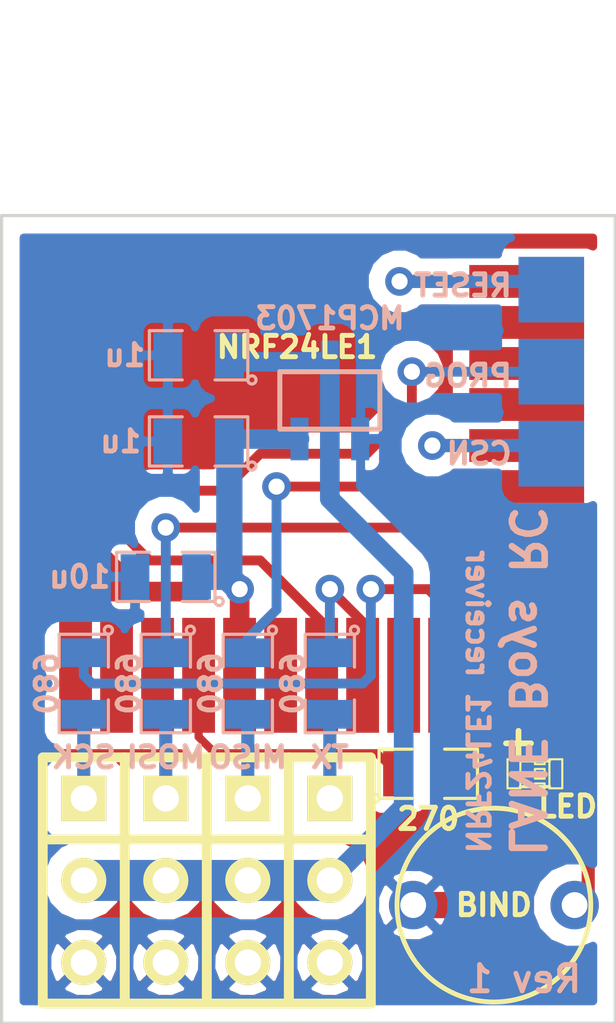
<source format=kicad_pcb>
(kicad_pcb (version 3) (host pcbnew "(2013-jul-07)-stable")

  (general
    (links 32)
    (no_connects 0)
    (area 31.949999 41.072999 51.531533 73.8124)
    (thickness 1.6)
    (drawings 15)
    (tracks 80)
    (zones 0)
    (modules 19)
    (nets 18)
  )

  (page User 150.012 150.012)
  (title_block 
    (title "nRF24LE1 surface receiver")
    (rev "Rev 1")
    (company "LANE Boys RC")
  )

  (layers
    (15 F.Cu signal)
    (0 B.Cu signal)
    (18 B.Paste user)
    (19 F.Paste user)
    (20 B.SilkS user)
    (21 F.SilkS user)
    (22 B.Mask user)
    (23 F.Mask user)
    (25 Cmts.User user hide)
    (28 Edge.Cuts user)
  )

  (setup
    (last_trace_width 0.254)
    (user_trace_width 0.2032)
    (user_trace_width 0.254)
    (user_trace_width 0.3048)
    (user_trace_width 0.4064)
    (user_trace_width 0.6096)
    (user_trace_width 0.8128)
    (user_trace_width 1)
    (user_trace_width 1.016)
    (user_trace_width 1.27)
    (user_trace_width 1.4224)
    (user_trace_width 1.6764)
    (user_trace_width 2)
    (trace_clearance 0.254)
    (zone_clearance 0.508)
    (zone_45_only no)
    (trace_min 0.1524)
    (segment_width 0.2)
    (edge_width 0.1)
    (via_size 0.889)
    (via_drill 0.5)
    (via_min_size 0.6096)
    (via_min_drill 0.3048)
    (user_via 0.8128 0.5)
    (user_via 0.9144 0.6)
    (user_via 1.2192 0.8)
    (user_via 1.524 1)
    (user_via 1.8288 1.2)
    (user_via 2.286 1.5)
    (uvia_size 0.508)
    (uvia_drill 0.127)
    (uvias_allowed no)
    (uvia_min_size 0.508)
    (uvia_min_drill 0.127)
    (pcb_text_width 0.3)
    (pcb_text_size 1.5 1.5)
    (mod_edge_width 0.15)
    (mod_text_size 0.6604 0.6604)
    (mod_text_width 0.1524)
    (pad_size 1.5 1.5)
    (pad_drill 0.8)
    (pad_to_mask_clearance 0)
    (aux_axis_origin 32 73)
    (visible_elements 7FFFFFBF)
    (pcbplotparams
      (layerselection 3178497)
      (usegerberextensions true)
      (excludeedgelayer true)
      (linewidth 0.150000)
      (plotframeref false)
      (viasonmask false)
      (mode 1)
      (useauxorigin false)
      (hpglpennumber 1)
      (hpglpenspeed 20)
      (hpglpendiameter 15)
      (hpglpenoverlay 2)
      (psnegative false)
      (psa4output false)
      (plotreference true)
      (plotvalue true)
      (plotothertext true)
      (plotinvisibletext false)
      (padsonsilk false)
      (subtractmaskfromsilk false)
      (outputformat 1)
      (mirror false)
      (drillshape 1)
      (scaleselection 1)
      (outputdirectory ""))
  )

  (net 0 "")
  (net 1 +3.3V)
  (net 2 +BATT)
  (net 3 /BIND)
  (net 4 /CH1-SCK)
  (net 5 /CH2-MOSI)
  (net 6 /CH3-MISO)
  (net 7 /CSN)
  (net 8 /LED)
  (net 9 /PROG)
  (net 10 /RESET)
  (net 11 /TX)
  (net 12 N-0000010)
  (net 13 N-0000011)
  (net 14 N-000003)
  (net 15 N-000008)
  (net 16 N-000009)
  (net 17 VSS)

  (net_class Default "This is the default net class."
    (clearance 0.254)
    (trace_width 0.254)
    (via_dia 0.889)
    (via_drill 0.5)
    (uvia_dia 0.508)
    (uvia_drill 0.127)
    (add_net "")
    (add_net +3.3V)
    (add_net +BATT)
    (add_net /BIND)
    (add_net /CH1-SCK)
    (add_net /CH2-MOSI)
    (add_net /CH3-MISO)
    (add_net /CSN)
    (add_net /LED)
    (add_net /PROG)
    (add_net /RESET)
    (add_net /TX)
    (add_net N-0000010)
    (add_net N-0000011)
    (add_net N-000003)
    (add_net N-000008)
    (add_net N-000009)
    (add_net VSS)
  )

  (module SM0805   placed (layer B.Cu) (tedit 547A6284) (tstamp 547930EB)
    (at 38.1 54.991 180)
    (path /5479215B)
    (attr smd)
    (fp_text reference C3 (at 0 0.3175 180) (layer B.SilkS) hide
      (effects (font (size 0.50038 0.50038) (thickness 0.10922)) (justify mirror))
    )
    (fp_text value 1u (at 2.413 0 180) (layer B.SilkS)
      (effects (font (size 0.6604 0.6604) (thickness 0.1524)) (justify mirror))
    )
    (fp_circle (center -1.651 -0.762) (end -1.651 -0.635) (layer B.SilkS) (width 0.09906))
    (fp_line (start -0.508 -0.762) (end -1.524 -0.762) (layer B.SilkS) (width 0.09906))
    (fp_line (start -1.524 -0.762) (end -1.524 0.762) (layer B.SilkS) (width 0.09906))
    (fp_line (start -1.524 0.762) (end -0.508 0.762) (layer B.SilkS) (width 0.09906))
    (fp_line (start 0.508 0.762) (end 1.524 0.762) (layer B.SilkS) (width 0.09906))
    (fp_line (start 1.524 0.762) (end 1.524 -0.762) (layer B.SilkS) (width 0.09906))
    (fp_line (start 1.524 -0.762) (end 0.508 -0.762) (layer B.SilkS) (width 0.09906))
    (pad 1 smd rect (at -0.9525 0 180) (size 0.889 1.397)
      (layers B.Cu B.Paste B.Mask)
      (net 1 +3.3V)
    )
    (pad 2 smd rect (at 0.9525 0 180) (size 0.889 1.397)
      (layers B.Cu B.Paste B.Mask)
      (net 17 VSS)
    )
    (model smd/chip_cms.wrl
      (at (xyz 0 0 0))
      (scale (xyz 0.1 0.1 0.1))
      (rotate (xyz 0 0 0))
    )
  )

  (module SM0805   placed (layer B.Cu) (tedit 547A628E) (tstamp 547930F8)
    (at 38.1 52.324 180)
    (path /5479216A)
    (attr smd)
    (fp_text reference C2 (at 0 0.3175 180) (layer B.SilkS) hide
      (effects (font (size 0.50038 0.50038) (thickness 0.10922)) (justify mirror))
    )
    (fp_text value 1u (at 2.286 0 180) (layer B.SilkS)
      (effects (font (size 0.6604 0.6604) (thickness 0.1524)) (justify mirror))
    )
    (fp_circle (center -1.651 -0.762) (end -1.651 -0.635) (layer B.SilkS) (width 0.09906))
    (fp_line (start -0.508 -0.762) (end -1.524 -0.762) (layer B.SilkS) (width 0.09906))
    (fp_line (start -1.524 -0.762) (end -1.524 0.762) (layer B.SilkS) (width 0.09906))
    (fp_line (start -1.524 0.762) (end -0.508 0.762) (layer B.SilkS) (width 0.09906))
    (fp_line (start 0.508 0.762) (end 1.524 0.762) (layer B.SilkS) (width 0.09906))
    (fp_line (start 1.524 0.762) (end 1.524 -0.762) (layer B.SilkS) (width 0.09906))
    (fp_line (start 1.524 -0.762) (end 0.508 -0.762) (layer B.SilkS) (width 0.09906))
    (pad 1 smd rect (at -0.9525 0 180) (size 0.889 1.397)
      (layers B.Cu B.Paste B.Mask)
      (net 2 +BATT)
    )
    (pad 2 smd rect (at 0.9525 0 180) (size 0.889 1.397)
      (layers B.Cu B.Paste B.Mask)
      (net 17 VSS)
    )
    (model smd/chip_cms.wrl
      (at (xyz 0 0 0))
      (scale (xyz 0.1 0.1 0.1))
      (rotate (xyz 0 0 0))
    )
  )

  (module SM0805   placed (layer B.Cu) (tedit 547A628A) (tstamp 54793105)
    (at 37.084 59.182 180)
    (path /54792183)
    (attr smd)
    (fp_text reference C1 (at 0 0.3175 180) (layer B.SilkS) hide
      (effects (font (size 0.50038 0.50038) (thickness 0.10922)) (justify mirror))
    )
    (fp_text value 10u (at 2.667 0 180) (layer B.SilkS)
      (effects (font (size 0.6604 0.6604) (thickness 0.1524)) (justify mirror))
    )
    (fp_circle (center -1.651 -0.762) (end -1.651 -0.635) (layer B.SilkS) (width 0.09906))
    (fp_line (start -0.508 -0.762) (end -1.524 -0.762) (layer B.SilkS) (width 0.09906))
    (fp_line (start -1.524 -0.762) (end -1.524 0.762) (layer B.SilkS) (width 0.09906))
    (fp_line (start -1.524 0.762) (end -0.508 0.762) (layer B.SilkS) (width 0.09906))
    (fp_line (start 0.508 0.762) (end 1.524 0.762) (layer B.SilkS) (width 0.09906))
    (fp_line (start 1.524 0.762) (end 1.524 -0.762) (layer B.SilkS) (width 0.09906))
    (fp_line (start 1.524 -0.762) (end 0.508 -0.762) (layer B.SilkS) (width 0.09906))
    (pad 1 smd rect (at -0.9525 0 180) (size 0.889 1.397)
      (layers B.Cu B.Paste B.Mask)
      (net 1 +3.3V)
    )
    (pad 2 smd rect (at 0.9525 0 180) (size 0.889 1.397)
      (layers B.Cu B.Paste B.Mask)
      (net 17 VSS)
    )
    (model smd/chip_cms.wrl
      (at (xyz 0 0 0))
      (scale (xyz 0.1 0.1 0.1))
      (rotate (xyz 0 0 0))
    )
  )

  (module SM0805   placed (layer B.Cu) (tedit 5479C1D6) (tstamp 54793112)
    (at 42.164 62.484 270)
    (path /5479219C)
    (attr smd)
    (fp_text reference R2 (at 0 0.3175 270) (layer B.SilkS) hide
      (effects (font (size 0.50038 0.50038) (thickness 0.10922)) (justify mirror))
    )
    (fp_text value 680 (at 0 1.143 270) (layer B.SilkS)
      (effects (font (size 0.6604 0.6604) (thickness 0.1524)) (justify mirror))
    )
    (fp_circle (center -1.651 -0.762) (end -1.651 -0.635) (layer B.SilkS) (width 0.09906))
    (fp_line (start -0.508 -0.762) (end -1.524 -0.762) (layer B.SilkS) (width 0.09906))
    (fp_line (start -1.524 -0.762) (end -1.524 0.762) (layer B.SilkS) (width 0.09906))
    (fp_line (start -1.524 0.762) (end -0.508 0.762) (layer B.SilkS) (width 0.09906))
    (fp_line (start 0.508 0.762) (end 1.524 0.762) (layer B.SilkS) (width 0.09906))
    (fp_line (start 1.524 0.762) (end 1.524 -0.762) (layer B.SilkS) (width 0.09906))
    (fp_line (start 1.524 -0.762) (end 0.508 -0.762) (layer B.SilkS) (width 0.09906))
    (pad 1 smd rect (at -0.9525 0 270) (size 0.889 1.397)
      (layers B.Cu B.Paste B.Mask)
      (net 11 /TX)
    )
    (pad 2 smd rect (at 0.9525 0 270) (size 0.889 1.397)
      (layers B.Cu B.Paste B.Mask)
      (net 15 N-000008)
    )
    (model smd/chip_cms.wrl
      (at (xyz 0 0 0))
      (scale (xyz 0.1 0.1 0.1))
      (rotate (xyz 0 0 0))
    )
  )

  (module SM0805   placed (layer B.Cu) (tedit 5479C1CB) (tstamp 5479311F)
    (at 39.624 62.484 270)
    (path /547921A9)
    (attr smd)
    (fp_text reference R3 (at 0 0.3175 270) (layer B.SilkS) hide
      (effects (font (size 0.50038 0.50038) (thickness 0.10922)) (justify mirror))
    )
    (fp_text value 680 (at 0 1.143 270) (layer B.SilkS)
      (effects (font (size 0.6604 0.6604) (thickness 0.1524)) (justify mirror))
    )
    (fp_circle (center -1.651 -0.762) (end -1.651 -0.635) (layer B.SilkS) (width 0.09906))
    (fp_line (start -0.508 -0.762) (end -1.524 -0.762) (layer B.SilkS) (width 0.09906))
    (fp_line (start -1.524 -0.762) (end -1.524 0.762) (layer B.SilkS) (width 0.09906))
    (fp_line (start -1.524 0.762) (end -0.508 0.762) (layer B.SilkS) (width 0.09906))
    (fp_line (start 0.508 0.762) (end 1.524 0.762) (layer B.SilkS) (width 0.09906))
    (fp_line (start 1.524 0.762) (end 1.524 -0.762) (layer B.SilkS) (width 0.09906))
    (fp_line (start 1.524 -0.762) (end 0.508 -0.762) (layer B.SilkS) (width 0.09906))
    (pad 1 smd rect (at -0.9525 0 270) (size 0.889 1.397)
      (layers B.Cu B.Paste B.Mask)
      (net 6 /CH3-MISO)
    )
    (pad 2 smd rect (at 0.9525 0 270) (size 0.889 1.397)
      (layers B.Cu B.Paste B.Mask)
      (net 16 N-000009)
    )
    (model smd/chip_cms.wrl
      (at (xyz 0 0 0))
      (scale (xyz 0.1 0.1 0.1))
      (rotate (xyz 0 0 0))
    )
  )

  (module SM0805   placed (layer B.Cu) (tedit 5479C1CE) (tstamp 5479312C)
    (at 37.084 62.484 270)
    (path /547921AF)
    (attr smd)
    (fp_text reference R4 (at 0 0.3175 270) (layer B.SilkS) hide
      (effects (font (size 0.50038 0.50038) (thickness 0.10922)) (justify mirror))
    )
    (fp_text value 680 (at 0 1.143 270) (layer B.SilkS)
      (effects (font (size 0.6604 0.6604) (thickness 0.1524)) (justify mirror))
    )
    (fp_circle (center -1.651 -0.762) (end -1.651 -0.635) (layer B.SilkS) (width 0.09906))
    (fp_line (start -0.508 -0.762) (end -1.524 -0.762) (layer B.SilkS) (width 0.09906))
    (fp_line (start -1.524 -0.762) (end -1.524 0.762) (layer B.SilkS) (width 0.09906))
    (fp_line (start -1.524 0.762) (end -0.508 0.762) (layer B.SilkS) (width 0.09906))
    (fp_line (start 0.508 0.762) (end 1.524 0.762) (layer B.SilkS) (width 0.09906))
    (fp_line (start 1.524 0.762) (end 1.524 -0.762) (layer B.SilkS) (width 0.09906))
    (fp_line (start 1.524 -0.762) (end 0.508 -0.762) (layer B.SilkS) (width 0.09906))
    (pad 1 smd rect (at -0.9525 0 270) (size 0.889 1.397)
      (layers B.Cu B.Paste B.Mask)
      (net 5 /CH2-MOSI)
    )
    (pad 2 smd rect (at 0.9525 0 270) (size 0.889 1.397)
      (layers B.Cu B.Paste B.Mask)
      (net 12 N-0000010)
    )
    (model smd/chip_cms.wrl
      (at (xyz 0 0 0))
      (scale (xyz 0.1 0.1 0.1))
      (rotate (xyz 0 0 0))
    )
  )

  (module SM0805   placed (layer B.Cu) (tedit 5479C1D1) (tstamp 54793139)
    (at 34.544 62.484 270)
    (path /547921B5)
    (attr smd)
    (fp_text reference R5 (at 0 0.3175 270) (layer B.SilkS) hide
      (effects (font (size 0.50038 0.50038) (thickness 0.10922)) (justify mirror))
    )
    (fp_text value 680 (at 0 1.143 270) (layer B.SilkS)
      (effects (font (size 0.6604 0.6604) (thickness 0.1524)) (justify mirror))
    )
    (fp_circle (center -1.651 -0.762) (end -1.651 -0.635) (layer B.SilkS) (width 0.09906))
    (fp_line (start -0.508 -0.762) (end -1.524 -0.762) (layer B.SilkS) (width 0.09906))
    (fp_line (start -1.524 -0.762) (end -1.524 0.762) (layer B.SilkS) (width 0.09906))
    (fp_line (start -1.524 0.762) (end -0.508 0.762) (layer B.SilkS) (width 0.09906))
    (fp_line (start 0.508 0.762) (end 1.524 0.762) (layer B.SilkS) (width 0.09906))
    (fp_line (start 1.524 0.762) (end 1.524 -0.762) (layer B.SilkS) (width 0.09906))
    (fp_line (start 1.524 -0.762) (end 0.508 -0.762) (layer B.SilkS) (width 0.09906))
    (pad 1 smd rect (at -0.9525 0 270) (size 0.889 1.397)
      (layers B.Cu B.Paste B.Mask)
      (net 4 /CH1-SCK)
    )
    (pad 2 smd rect (at 0.9525 0 270) (size 0.889 1.397)
      (layers B.Cu B.Paste B.Mask)
      (net 13 N-0000011)
    )
    (model smd/chip_cms.wrl
      (at (xyz 0 0 0))
      (scale (xyz 0.1 0.1 0.1))
      (rotate (xyz 0 0 0))
    )
  )

  (module SM0805   placed (layer F.Cu) (tedit 5479C0B5) (tstamp 54793146)
    (at 45.212 65.278)
    (path /5479290A)
    (attr smd)
    (fp_text reference R1 (at 0 -0.3175) (layer F.SilkS) hide
      (effects (font (size 0.50038 0.50038) (thickness 0.10922)))
    )
    (fp_text value 270 (at 0 1.397) (layer F.SilkS)
      (effects (font (size 0.6604 0.6604) (thickness 0.1524)))
    )
    (fp_circle (center -1.651 0.762) (end -1.651 0.635) (layer F.SilkS) (width 0.09906))
    (fp_line (start -0.508 0.762) (end -1.524 0.762) (layer F.SilkS) (width 0.09906))
    (fp_line (start -1.524 0.762) (end -1.524 -0.762) (layer F.SilkS) (width 0.09906))
    (fp_line (start -1.524 -0.762) (end -0.508 -0.762) (layer F.SilkS) (width 0.09906))
    (fp_line (start 0.508 -0.762) (end 1.524 -0.762) (layer F.SilkS) (width 0.09906))
    (fp_line (start 1.524 -0.762) (end 1.524 0.762) (layer F.SilkS) (width 0.09906))
    (fp_line (start 1.524 0.762) (end 0.508 0.762) (layer F.SilkS) (width 0.09906))
    (pad 1 smd rect (at -0.9525 0) (size 0.889 1.397)
      (layers F.Cu F.Paste F.Mask)
      (net 8 /LED)
    )
    (pad 2 smd rect (at 0.9525 0) (size 0.889 1.397)
      (layers F.Cu F.Paste F.Mask)
      (net 14 N-000003)
    )
    (model smd/chip_cms.wrl
      (at (xyz 0 0 0))
      (scale (xyz 0.1 0.1 0.1))
      (rotate (xyz 0 0 0))
    )
  )

  (module SIL-3   placed (layer F.Cu) (tedit 5479C049) (tstamp 54793152)
    (at 42.164 68.58 270)
    (descr "Connecteur 3 pins")
    (tags "CONN DEV")
    (path /54792117)
    (fp_text reference K1 (at 0 -2.54 270) (layer F.SilkS) hide
      (effects (font (size 1.7907 1.07696) (thickness 0.26924)))
    )
    (fp_text value CONN_3 (at 0 -2.54 270) (layer F.SilkS) hide
      (effects (font (size 0.6604 0.6604) (thickness 0.1524)))
    )
    (fp_line (start -3.81 1.27) (end -3.81 -1.27) (layer F.SilkS) (width 0.3048))
    (fp_line (start -3.81 -1.27) (end 3.81 -1.27) (layer F.SilkS) (width 0.3048))
    (fp_line (start 3.81 -1.27) (end 3.81 1.27) (layer F.SilkS) (width 0.3048))
    (fp_line (start 3.81 1.27) (end -3.81 1.27) (layer F.SilkS) (width 0.3048))
    (fp_line (start -1.27 -1.27) (end -1.27 1.27) (layer F.SilkS) (width 0.3048))
    (pad 1 thru_hole rect (at -2.54 0 270) (size 1.397 1.397) (drill 0.8128)
      (layers *.Cu *.Mask F.SilkS)
      (net 15 N-000008)
    )
    (pad 2 thru_hole circle (at 0 0 270) (size 1.397 1.397) (drill 0.8128)
      (layers *.Cu *.Mask F.SilkS)
      (net 2 +BATT)
    )
    (pad 3 thru_hole circle (at 2.54 0 270) (size 1.397 1.397) (drill 0.8128)
      (layers *.Cu *.Mask F.SilkS)
      (net 17 VSS)
    )
  )

  (module SIL-3   placed (layer F.Cu) (tedit 5479C03E) (tstamp 5479315E)
    (at 39.624 68.58 270)
    (descr "Connecteur 3 pins")
    (tags "CONN DEV")
    (path /54792124)
    (fp_text reference K2 (at 0 -2.54 270) (layer F.SilkS) hide
      (effects (font (size 1.7907 1.07696) (thickness 0.26924)))
    )
    (fp_text value CONN_3 (at 0 -2.54 270) (layer F.SilkS) hide
      (effects (font (size 0.6604 0.6604) (thickness 0.1524)))
    )
    (fp_line (start -3.81 1.27) (end -3.81 -1.27) (layer F.SilkS) (width 0.3048))
    (fp_line (start -3.81 -1.27) (end 3.81 -1.27) (layer F.SilkS) (width 0.3048))
    (fp_line (start 3.81 -1.27) (end 3.81 1.27) (layer F.SilkS) (width 0.3048))
    (fp_line (start 3.81 1.27) (end -3.81 1.27) (layer F.SilkS) (width 0.3048))
    (fp_line (start -1.27 -1.27) (end -1.27 1.27) (layer F.SilkS) (width 0.3048))
    (pad 1 thru_hole rect (at -2.54 0 270) (size 1.397 1.397) (drill 0.8128)
      (layers *.Cu *.Mask F.SilkS)
      (net 16 N-000009)
    )
    (pad 2 thru_hole circle (at 0 0 270) (size 1.397 1.397) (drill 0.8128)
      (layers *.Cu *.Mask F.SilkS)
      (net 2 +BATT)
    )
    (pad 3 thru_hole circle (at 2.54 0 270) (size 1.397 1.397) (drill 0.8128)
      (layers *.Cu *.Mask F.SilkS)
      (net 17 VSS)
    )
  )

  (module SIL-3   placed (layer F.Cu) (tedit 5479C039) (tstamp 5479316A)
    (at 37.084 68.58 270)
    (descr "Connecteur 3 pins")
    (tags "CONN DEV")
    (path /5479212A)
    (fp_text reference K3 (at 0 -2.54 270) (layer F.SilkS) hide
      (effects (font (size 1.7907 1.07696) (thickness 0.26924)))
    )
    (fp_text value CONN_3 (at 0 -2.54 270) (layer F.SilkS) hide
      (effects (font (size 0.6604 0.6604) (thickness 0.1524)))
    )
    (fp_line (start -3.81 1.27) (end -3.81 -1.27) (layer F.SilkS) (width 0.3048))
    (fp_line (start -3.81 -1.27) (end 3.81 -1.27) (layer F.SilkS) (width 0.3048))
    (fp_line (start 3.81 -1.27) (end 3.81 1.27) (layer F.SilkS) (width 0.3048))
    (fp_line (start 3.81 1.27) (end -3.81 1.27) (layer F.SilkS) (width 0.3048))
    (fp_line (start -1.27 -1.27) (end -1.27 1.27) (layer F.SilkS) (width 0.3048))
    (pad 1 thru_hole rect (at -2.54 0 270) (size 1.397 1.397) (drill 0.8128)
      (layers *.Cu *.Mask F.SilkS)
      (net 12 N-0000010)
    )
    (pad 2 thru_hole circle (at 0 0 270) (size 1.397 1.397) (drill 0.8128)
      (layers *.Cu *.Mask F.SilkS)
      (net 2 +BATT)
    )
    (pad 3 thru_hole circle (at 2.54 0 270) (size 1.397 1.397) (drill 0.8128)
      (layers *.Cu *.Mask F.SilkS)
      (net 17 VSS)
    )
  )

  (module SIL-3   placed (layer F.Cu) (tedit 5479C033) (tstamp 54793176)
    (at 34.544 68.58 270)
    (descr "Connecteur 3 pins")
    (tags "CONN DEV")
    (path /54792130)
    (fp_text reference K4 (at 0 -2.54 270) (layer F.SilkS) hide
      (effects (font (size 1.7907 1.07696) (thickness 0.26924)))
    )
    (fp_text value CONN_3 (at 0 -2.54 270) (layer F.SilkS) hide
      (effects (font (size 0.6604 0.6604) (thickness 0.1524)))
    )
    (fp_line (start -3.81 1.27) (end -3.81 -1.27) (layer F.SilkS) (width 0.3048))
    (fp_line (start -3.81 -1.27) (end 3.81 -1.27) (layer F.SilkS) (width 0.3048))
    (fp_line (start 3.81 -1.27) (end 3.81 1.27) (layer F.SilkS) (width 0.3048))
    (fp_line (start 3.81 1.27) (end -3.81 1.27) (layer F.SilkS) (width 0.3048))
    (fp_line (start -1.27 -1.27) (end -1.27 1.27) (layer F.SilkS) (width 0.3048))
    (pad 1 thru_hole rect (at -2.54 0 270) (size 1.397 1.397) (drill 0.8128)
      (layers *.Cu *.Mask F.SilkS)
      (net 13 N-0000011)
    )
    (pad 2 thru_hole circle (at 0 0 270) (size 1.397 1.397) (drill 0.8128)
      (layers *.Cu *.Mask F.SilkS)
      (net 2 +BATT)
    )
    (pad 3 thru_hole circle (at 2.54 0 270) (size 1.397 1.397) (drill 0.8128)
      (layers *.Cu *.Mask F.SilkS)
      (net 17 VSS)
    )
  )

  (module LED-0603   placed (layer F.Cu) (tedit 5479C49A) (tstamp 547931AD)
    (at 48.514 65.278)
    (descr "LED 0603 smd package")
    (tags "LED led 0603 SMD smd SMT smt smdled SMDLED smtled SMTLED")
    (path /547928FB)
    (attr smd)
    (fp_text reference D1 (at 0 -1.016) (layer F.SilkS) hide
      (effects (font (size 0.508 0.508) (thickness 0.127)))
    )
    (fp_text value LED (at 1.016 1.016) (layer F.SilkS)
      (effects (font (size 0.6604 0.6604) (thickness 0.1524)))
    )
    (fp_line (start 0.44958 -0.44958) (end 0.44958 0.44958) (layer F.SilkS) (width 0.06604))
    (fp_line (start 0.44958 0.44958) (end 0.84836 0.44958) (layer F.SilkS) (width 0.06604))
    (fp_line (start 0.84836 -0.44958) (end 0.84836 0.44958) (layer F.SilkS) (width 0.06604))
    (fp_line (start 0.44958 -0.44958) (end 0.84836 -0.44958) (layer F.SilkS) (width 0.06604))
    (fp_line (start -0.84836 -0.44958) (end -0.84836 0.44958) (layer F.SilkS) (width 0.06604))
    (fp_line (start -0.84836 0.44958) (end -0.44958 0.44958) (layer F.SilkS) (width 0.06604))
    (fp_line (start -0.44958 -0.44958) (end -0.44958 0.44958) (layer F.SilkS) (width 0.06604))
    (fp_line (start -0.84836 -0.44958) (end -0.44958 -0.44958) (layer F.SilkS) (width 0.06604))
    (fp_line (start 0 -0.44958) (end 0 -0.29972) (layer F.SilkS) (width 0.06604))
    (fp_line (start 0 -0.29972) (end 0.29972 -0.29972) (layer F.SilkS) (width 0.06604))
    (fp_line (start 0.29972 -0.44958) (end 0.29972 -0.29972) (layer F.SilkS) (width 0.06604))
    (fp_line (start 0 -0.44958) (end 0.29972 -0.44958) (layer F.SilkS) (width 0.06604))
    (fp_line (start 0 0.29972) (end 0 0.44958) (layer F.SilkS) (width 0.06604))
    (fp_line (start 0 0.44958) (end 0.29972 0.44958) (layer F.SilkS) (width 0.06604))
    (fp_line (start 0.29972 0.29972) (end 0.29972 0.44958) (layer F.SilkS) (width 0.06604))
    (fp_line (start 0 0.29972) (end 0.29972 0.29972) (layer F.SilkS) (width 0.06604))
    (fp_line (start 0 -0.14986) (end 0 0.14986) (layer F.SilkS) (width 0.06604))
    (fp_line (start 0 0.14986) (end 0.29972 0.14986) (layer F.SilkS) (width 0.06604))
    (fp_line (start 0.29972 -0.14986) (end 0.29972 0.14986) (layer F.SilkS) (width 0.06604))
    (fp_line (start 0 -0.14986) (end 0.29972 -0.14986) (layer F.SilkS) (width 0.06604))
    (fp_line (start 0.44958 -0.39878) (end -0.44958 -0.39878) (layer F.SilkS) (width 0.1016))
    (fp_line (start 0.44958 0.39878) (end -0.44958 0.39878) (layer F.SilkS) (width 0.1016))
    (pad 1 smd rect (at -0.7493 0) (size 0.79756 0.79756)
      (layers F.Cu F.Paste F.Mask)
      (net 14 N-000003)
    )
    (pad 2 smd rect (at 0.7493 0) (size 0.79756 0.79756)
      (layers F.Cu F.Paste F.Mask)
      (net 17 VSS)
    )
  )

  (module MCP1703-SOT95P300X145-3N (layer B.Cu) (tedit 547A62B1) (tstamp 5479956B)
    (at 42.164 53.721 180)
    (path /54792138)
    (attr smd)
    (fp_text reference U1 (at 0 2.54 180) (layer B.SilkS) hide
      (effects (font (size 0.8128 0.8128) (thickness 0.2032)) (justify mirror))
    )
    (fp_text value MCP1703 (at 0 2.54 180) (layer B.SilkS)
      (effects (font (size 0.6604 0.6604) (thickness 0.1524)) (justify mirror))
    )
    (fp_line (start -0.6858 -0.889) (end -1.1938 -0.889) (layer B.SilkS) (width 0.1524))
    (fp_line (start 1.1938 -0.889) (end 0.6858 -0.889) (layer B.SilkS) (width 0.1524))
    (fp_line (start -0.254 0.889) (end 0.254 0.889) (layer B.SilkS) (width 0.1524))
    (fp_line (start -1.5494 -0.889) (end 1.5494 -0.889) (layer B.SilkS) (width 0.1524))
    (fp_line (start 1.5494 -0.889) (end 1.5494 0.889) (layer B.SilkS) (width 0.1524))
    (fp_line (start 1.5494 0.889) (end -1.5494 0.889) (layer B.SilkS) (width 0.1524))
    (fp_line (start -1.5494 0.889) (end -1.5494 -0.889) (layer B.SilkS) (width 0.1524))
    (fp_line (start -0.6096 0.889) (end -1.5494 0.889) (layer B.SilkS) (width 0.1524))
    (fp_line (start -0.3302 -0.889) (end 0.3302 -0.889) (layer B.SilkS) (width 0.1524))
    (fp_line (start 1.5494 -0.4572) (end 1.5494 0.889) (layer B.SilkS) (width 0.1524))
    (fp_line (start 1.5494 0.889) (end 0.6096 0.889) (layer B.SilkS) (width 0.1524))
    (fp_line (start -1.5494 0.889) (end -1.5494 -0.4572) (layer B.SilkS) (width 0.1524))
    (pad 1 smd rect (at -0.9398 -1.1938 180) (size 0.5588 1.3208)
      (layers B.Cu B.Paste B.Mask)
      (net 17 VSS)
    )
    (pad 2 smd rect (at 0.9398 -1.1938 180) (size 0.5588 1.3208)
      (layers B.Cu B.Paste B.Mask)
      (net 1 +3.3V)
    )
    (pad 3 smd rect (at 0 1.1938 180) (size 0.5588 1.3208)
      (layers B.Cu B.Paste B.Mask)
      (net 2 +BATT)
    )
  )

  (module testpad_80mil_sq (layer B.Cu) (tedit 547A7586) (tstamp 54796D46)
    (at 49.022 52.832)
    (path /54796D23)
    (fp_text reference P1 (at 0 2.54) (layer B.SilkS) hide
      (effects (font (size 0.6604 0.6604) (thickness 0.1524)) (justify mirror))
    )
    (fp_text value CONN_1 (at -0.022 0.168) (layer B.SilkS) hide
      (effects (font (size 0.6604 0.6604) (thickness 0.1524)) (justify mirror))
    )
    (pad 1 smd rect (at 0 0) (size 2.032 2.032)
      (layers B.Cu B.Mask)
      (net 9 /PROG)
    )
  )

  (module testpad_80mil_sq (layer B.Cu) (tedit 547A7583) (tstamp 54796D4F)
    (at 49.022 50.292)
    (path /54796D32)
    (fp_text reference P2 (at 0 2.54) (layer B.SilkS) hide
      (effects (font (size 0.6604 0.6604) (thickness 0.1524)) (justify mirror))
    )
    (fp_text value CONN_1 (at -1.022 -0.292) (layer B.SilkS) hide
      (effects (font (size 0.6604 0.6604) (thickness 0.1524)) (justify mirror))
    )
    (pad 1 smd rect (at 0 0) (size 2.032 2.032)
      (layers B.Cu B.Mask)
      (net 10 /RESET)
    )
  )

  (module testpad_80mil_sq (layer B.Cu) (tedit 547A758A) (tstamp 54797A3D)
    (at 49.022 55.372)
    (path /54797ABF)
    (fp_text reference P3 (at 0 2.54) (layer B.SilkS) hide
      (effects (font (size 0.6604 0.6604) (thickness 0.1524)) (justify mirror))
    )
    (fp_text value CONN_1 (at -0.022 -0.372) (layer B.SilkS) hide
      (effects (font (size 0.6604 0.6604) (thickness 0.1524)) (justify mirror))
    )
    (pad 1 smd rect (at 0 0) (size 2.032 2.032)
      (layers B.Cu B.Mask)
      (net 7 /CSN)
    )
  )

  (module SW_PUSH_ROUND_6mm (layer F.Cu) (tedit 547A7AB5) (tstamp 547A7AC8)
    (at 47.244 69.342 180)
    (path /547925D0)
    (fp_text reference SW1 (at 0 -3.81 180) (layer F.SilkS) hide
      (effects (font (size 0.6604 0.6604) (thickness 0.1524)))
    )
    (fp_text value BIND (at 0 0 180) (layer F.SilkS)
      (effects (font (size 0.6604 0.6604) (thickness 0.1524)))
    )
    (fp_circle (center 0 0) (end 3 0) (layer F.SilkS) (width 0.15))
    (pad 1 thru_hole circle (at -2.5 0 180) (size 1.5 1.5) (drill 0.8)
      (layers *.Cu *.Mask)
      (net 3 /BIND)
    )
    (pad 2 thru_hole circle (at 2.5 0 180) (size 1.5 1.5) (drill 0.8)
      (layers *.Cu *.Mask)
      (net 17 VSS)
    )
  )

  (module NRF24LE1-module-15x21   locked   placed (layer F.Cu) (tedit 547A7A69) (tstamp 54793191)
    (at 33.274 62.23)
    (descr "NRF24LE1 module 15x21mm with SMD crystal")
    (path /547920F7)
    (fp_text reference U2 (at 7.366 -11.176) (layer F.SilkS) hide
      (effects (font (size 1 1) (thickness 0.15)))
    )
    (fp_text value NRF24LE1 (at 7.874 -10.16) (layer F.SilkS)
      (effects (font (size 0.6604 0.6604) (thickness 0.1524)))
    )
    (fp_line (start 0 0) (end 14.986 0) (layer Cmts.User) (width 0.15))
    (fp_line (start 14.986 0) (end 14.986 -20.828) (layer Cmts.User) (width 0.15))
    (fp_line (start 14.986 -20.828) (end 0 -20.828) (layer Cmts.User) (width 0.15))
    (fp_line (start 0 -20.828) (end 0 0) (layer Cmts.User) (width 0.15))
    (pad 1 smd rect (at 1.016 0) (size 1.016 3.556)
      (layers F.Cu F.Paste F.Mask)
      (clearance 0.127)
    )
    (pad 2 smd rect (at 2.286 0) (size 1.016 3.556)
      (layers F.Cu F.Paste F.Mask)
      (clearance 0.127)
    )
    (pad 3 smd rect (at 3.556 0) (size 1.016 3.556)
      (layers F.Cu F.Paste F.Mask)
      (clearance 0.127)
    )
    (pad 4 smd rect (at 4.826 0) (size 1.016 3.556)
      (layers F.Cu F.Paste F.Mask)
      (net 8 /LED)
      (clearance 0.127)
    )
    (pad 5 smd rect (at 6.096 0) (size 1.016 3.556)
      (layers F.Cu F.Paste F.Mask)
      (net 1 +3.3V)
      (clearance 0.127)
    )
    (pad 6 smd rect (at 7.366 0) (size 1.016 3.556)
      (layers F.Cu F.Paste F.Mask)
      (clearance 0.127)
    )
    (pad 7 smd rect (at 8.636 0) (size 1.016 3.556)
      (layers F.Cu F.Paste F.Mask)
      (net 9 /PROG)
      (clearance 0.127)
    )
    (pad 8 smd rect (at 9.906 0) (size 1.016 3.556)
      (layers F.Cu F.Paste F.Mask)
      (net 11 /TX)
      (clearance 0.127)
    )
    (pad 9 smd rect (at 11.176 0) (size 1.016 3.556)
      (layers F.Cu F.Paste F.Mask)
      (clearance 0.127)
    )
    (pad 10 smd rect (at 12.446 0) (size 1.016 3.556)
      (layers F.Cu F.Paste F.Mask)
      (net 4 /CH1-SCK)
      (clearance 0.127)
    )
    (pad 11 smd rect (at 13.716 0) (size 1.016 3.556)
      (layers F.Cu F.Paste F.Mask)
      (net 17 VSS)
      (clearance 0.127)
    )
    (pad 12 smd rect (at 14.986 -3.302 90) (size 1.016 3.556)
      (layers F.Cu F.Paste F.Mask)
      (net 3 /BIND)
      (clearance 0.127)
    )
    (pad 13 smd rect (at 14.986 -4.572 90) (size 1.016 3.556)
      (layers F.Cu F.Paste F.Mask)
      (net 5 /CH2-MOSI)
      (clearance 0.127)
    )
    (pad 14 smd rect (at 14.986 -5.842 90) (size 1.016 3.556)
      (layers F.Cu F.Paste F.Mask)
      (net 6 /CH3-MISO)
      (clearance 0.127)
    )
    (pad 15 smd rect (at 14.986 -7.112 90) (size 1.016 3.556)
      (layers F.Cu F.Paste F.Mask)
      (net 7 /CSN)
      (clearance 0.127)
    )
    (pad 16 smd rect (at 14.986 -8.382 90) (size 1.016 3.556)
      (layers F.Cu F.Paste F.Mask)
      (clearance 0.127)
    )
    (pad 17 smd rect (at 14.986 -9.652 90) (size 1.016 3.556)
      (layers F.Cu F.Paste F.Mask)
      (clearance 0.127)
    )
    (pad 18 smd rect (at 14.986 -10.922 90) (size 1.016 3.556)
      (layers F.Cu F.Paste F.Mask)
      (clearance 0.127)
    )
    (pad 19 smd rect (at 14.986 -12.192 90) (size 1.016 3.556)
      (layers F.Cu F.Paste F.Mask)
      (net 10 /RESET)
      (clearance 0.127)
    )
  )

  (gr_text + (at 48.006 64.262) (layer F.SilkS)
    (effects (font (size 1.016 1.016) (thickness 0.1778)))
  )
  (gr_text TX (at 42.164 64.77) (layer B.SilkS)
    (effects (font (size 0.6604 0.6604) (thickness 0.1524)) (justify mirror))
  )
  (gr_text SCK (at 34.544 64.77) (layer B.SilkS)
    (effects (font (size 0.6604 0.6604) (thickness 0.1524)) (justify mirror))
  )
  (gr_text MOSI (at 37.084 64.77) (layer B.SilkS)
    (effects (font (size 0.6604 0.6604) (thickness 0.1524)) (justify mirror))
  )
  (gr_text MISO (at 39.624 64.77) (layer B.SilkS)
    (effects (font (size 0.6604 0.6604) (thickness 0.1524)) (justify mirror))
  )
  (gr_text CSN (at 47.879 55.372) (layer B.SilkS)
    (effects (font (size 0.6604 0.6604) (thickness 0.1524)) (justify left mirror))
  )
  (gr_text PROG (at 47.879 52.959) (layer B.SilkS)
    (effects (font (size 0.6604 0.6604) (thickness 0.1524)) (justify left mirror))
  )
  (gr_text RESET (at 47.879 50.165) (layer B.SilkS)
    (effects (font (size 0.6604 0.6604) (thickness 0.1524)) (justify left mirror))
  )
  (gr_text "Rev 1" (at 50.038 71.628) (layer B.SilkS)
    (effects (font (size 0.8128 0.8128) (thickness 0.1524)) (justify left mirror))
  )
  (gr_text "NRF24LE1 receiver" (at 46.736 67.818 270) (layer B.SilkS)
    (effects (font (size 0.6604 0.6604) (thickness 0.1524)) (justify left mirror))
  )
  (gr_text "LANE Boys RC" (at 48.26 67.945 270) (layer B.SilkS)
    (effects (font (size 1.016 1.016) (thickness 0.2032)) (justify left mirror))
  )
  (gr_line (start 51 73) (end 32 73) (angle 90) (layer Edge.Cuts) (width 0.1))
  (gr_line (start 51 48) (end 51 73) (angle 90) (layer Edge.Cuts) (width 0.1))
  (gr_line (start 32 48) (end 51 48) (angle 90) (layer Edge.Cuts) (width 0.1))
  (gr_line (start 32 73) (end 32 48) (angle 90) (layer Edge.Cuts) (width 0.1))

  (segment (start 38.0365 59.182) (end 38.989 59.182) (width 0.8128) (layer B.Cu) (net 1))
  (segment (start 38.989 59.182) (end 39.37 59.563) (width 0.8128) (layer B.Cu) (net 1) (tstamp 547A6512))
  (segment (start 41.2242 54.9148) (end 39.1287 54.9148) (width 0.6096) (layer B.Cu) (net 1))
  (segment (start 39.1287 54.9148) (end 39.0525 54.991) (width 0.6096) (layer B.Cu) (net 1) (tstamp 547A6505))
  (segment (start 39.0525 54.991) (end 39.0525 59.2455) (width 0.8128) (layer B.Cu) (net 1) (tstamp 547A6507))
  (segment (start 39.0525 59.2455) (end 39.37 59.563) (width 0.8128) (layer B.Cu) (net 1) (tstamp 547A650B))
  (segment (start 39.37 62.23) (end 39.37 59.563) (width 0.6096) (layer F.Cu) (net 1) (status 10))
  (segment (start 39.37 59.563) (end 39.3192 59.5122) (width 0.6096) (layer B.Cu) (net 1) (tstamp 547A5C7C))
  (via (at 39.37 59.563) (size 0.889) (layers F.Cu B.Cu) (net 1))
  (segment (start 39.624 68.58) (end 42.164 68.58) (width 1.27) (layer B.Cu) (net 2))
  (segment (start 37.084 68.58) (end 39.624 68.58) (width 1.27) (layer B.Cu) (net 2))
  (segment (start 34.544 68.58) (end 37.084 68.58) (width 1.27) (layer B.Cu) (net 2))
  (segment (start 42.164 52.5272) (end 42.164 56.769) (width 0.6096) (layer B.Cu) (net 2))
  (segment (start 42.164 56.769) (end 44.45 59.055) (width 0.6096) (layer B.Cu) (net 2) (tstamp 547A6061))
  (segment (start 44.45 59.055) (end 44.45 66.294) (width 0.6096) (layer B.Cu) (net 2) (tstamp 547A6069))
  (segment (start 44.45 66.294) (end 42.164 68.58) (width 0.6096) (layer B.Cu) (net 2) (tstamp 547A606E))
  (segment (start 39.0525 52.324) (end 39.2557 52.5272) (width 0.6096) (layer B.Cu) (net 2))
  (segment (start 39.2557 52.5272) (end 42.164 52.5272) (width 0.6096) (layer B.Cu) (net 2) (tstamp 547A605E))
  (segment (start 49.744 69.342) (end 49.744 69.342) (width 0.4064) (layer F.Cu) (net 3) (status 10))
  (segment (start 49.744 69.342) (end 50.165 68.921) (width 0.4064) (layer F.Cu) (net 3) (tstamp 5479B31E))
  (segment (start 50.165 68.921) (end 50.165 61.905) (width 0.4064) (layer F.Cu) (net 3) (tstamp 5479B322))
  (segment (start 50.165 61.905) (end 48.26 60) (width 0.4064) (layer F.Cu) (net 3) (tstamp 5479B32D))
  (segment (start 48.26 60) (end 48.26 58.928) (width 0.4064) (layer F.Cu) (net 3) (tstamp 5479B338) (status 20))
  (segment (start 34.544 61.5315) (end 34.544 62.23) (width 0.3048) (layer B.Cu) (net 4) (status 10))
  (segment (start 45.72 60.071) (end 45.72 62.23) (width 0.3048) (layer F.Cu) (net 4) (tstamp 547A5E35) (status 20))
  (segment (start 45.212 59.563) (end 45.72 60.071) (width 0.3048) (layer F.Cu) (net 4) (tstamp 547A5E32))
  (segment (start 43.434 59.563) (end 45.212 59.563) (width 0.3048) (layer F.Cu) (net 4) (tstamp 547A5E31))
  (via (at 43.434 59.563) (size 0.889) (layers F.Cu B.Cu) (net 4))
  (segment (start 43.434 62.23) (end 43.434 59.563) (width 0.3048) (layer B.Cu) (net 4) (tstamp 547A5E28))
  (segment (start 43.18 62.484) (end 43.434 62.23) (width 0.3048) (layer B.Cu) (net 4) (tstamp 547A5E26))
  (segment (start 34.798 62.484) (end 43.18 62.484) (width 0.3048) (layer B.Cu) (net 4) (tstamp 547A5E22))
  (segment (start 34.544 62.23) (end 34.798 62.484) (width 0.3048) (layer B.Cu) (net 4) (tstamp 547A5E1E))
  (segment (start 48.26 57.658) (end 37.084 57.658) (width 0.3048) (layer F.Cu) (net 5) (status 10))
  (segment (start 37.084 57.658) (end 37.084 61.5315) (width 0.3048) (layer B.Cu) (net 5) (tstamp 547A5B5C) (status 20))
  (via (at 37.084 57.658) (size 0.889) (layers F.Cu B.Cu) (net 5))
  (segment (start 39.624 61.5315) (end 39.624 61.087) (width 0.3048) (layer B.Cu) (net 6) (status 30))
  (segment (start 40.513 56.388) (end 48.26 56.388) (width 0.3048) (layer F.Cu) (net 6) (tstamp 547A5CC9) (status 20))
  (via (at 40.513 56.388) (size 0.889) (layers F.Cu B.Cu) (net 6))
  (segment (start 40.513 60.198) (end 40.513 56.388) (width 0.3048) (layer B.Cu) (net 6) (tstamp 547A5CBC))
  (segment (start 39.624 61.087) (end 40.513 60.198) (width 0.3048) (layer B.Cu) (net 6) (tstamp 547A5CB2) (status 10))
  (segment (start 45.339 55.118) (end 48.133 55.118) (width 0.4064) (layer B.Cu) (net 7) (status 20))
  (via (at 45.339 55.118) (size 0.889) (layers F.Cu B.Cu) (net 7))
  (segment (start 48.26 55.118) (end 45.339 55.118) (width 0.4064) (layer F.Cu) (net 7) (status 10))
  (segment (start 48.133 55.118) (end 48.26 55.245) (width 0.4064) (layer B.Cu) (net 7) (tstamp 54797B2C) (status 30))
  (segment (start 38.1 62.23) (end 38.1 64.135) (width 0.254) (layer F.Cu) (net 8) (status 10))
  (segment (start 43.6245 64.643) (end 44.2595 65.278) (width 0.254) (layer F.Cu) (net 8) (tstamp 547A5AE0) (status 20))
  (segment (start 38.608 64.643) (end 43.6245 64.643) (width 0.254) (layer F.Cu) (net 8) (tstamp 547A5ADC))
  (segment (start 38.1 64.135) (end 38.608 64.643) (width 0.254) (layer F.Cu) (net 8) (tstamp 547A5AD9))
  (segment (start 40.005 55.372) (end 43.307 55.372) (width 0.3048) (layer F.Cu) (net 9))
  (segment (start 41.91 60.579) (end 40.005 58.674) (width 0.3048) (layer F.Cu) (net 9) (tstamp 547A5E8E) (status 10))
  (segment (start 40.005 58.674) (end 36.576 58.674) (width 0.3048) (layer F.Cu) (net 9) (tstamp 547A5E9B))
  (segment (start 36.576 58.674) (end 35.814 57.912) (width 0.3048) (layer F.Cu) (net 9) (tstamp 547A5E9E))
  (segment (start 35.814 57.912) (end 35.814 57.277) (width 0.3048) (layer F.Cu) (net 9) (tstamp 547A5EA0))
  (segment (start 35.814 57.277) (end 36.576 56.515) (width 0.3048) (layer F.Cu) (net 9) (tstamp 547A5EA1))
  (segment (start 36.576 56.515) (end 38.862 56.515) (width 0.3048) (layer F.Cu) (net 9) (tstamp 547A5EAD))
  (segment (start 38.862 56.515) (end 40.005 55.372) (width 0.3048) (layer F.Cu) (net 9) (tstamp 547A5EAE))
  (via (at 44.704 52.832) (size 0.889) (layers F.Cu B.Cu) (net 9))
  (segment (start 49.022 52.832) (end 44.704 52.832) (width 0.3048) (layer B.Cu) (net 9) (tstamp 547A5EC7) (status 20))
  (segment (start 41.91 60.579) (end 41.91 62.23) (width 0.3048) (layer F.Cu) (net 9) (status 30))
  (segment (start 44.704 53.975) (end 44.704 52.832) (width 0.3048) (layer F.Cu) (net 9) (tstamp 547A61CA))
  (segment (start 43.307 55.372) (end 44.704 53.975) (width 0.3048) (layer F.Cu) (net 9) (tstamp 547A61BF))
  (segment (start 44.323 50.038) (end 48.133 50.038) (width 0.4064) (layer B.Cu) (net 10) (status 20))
  (segment (start 48.26 50.038) (end 44.323 50.038) (width 0.4064) (layer F.Cu) (net 10) (status 10))
  (via (at 44.323 50.038) (size 0.889) (layers F.Cu B.Cu) (net 10))
  (segment (start 48.133 50.038) (end 48.26 50.165) (width 0.4064) (layer B.Cu) (net 10) (tstamp 54797AFE) (status 30))
  (segment (start 42.164 61.5315) (end 42.164 59.563) (width 0.3048) (layer B.Cu) (net 11) (status 10))
  (segment (start 43.18 60.579) (end 43.18 62.23) (width 0.3048) (layer F.Cu) (net 11) (tstamp 547A5E05) (status 30))
  (segment (start 42.164 59.563) (end 43.18 60.579) (width 0.3048) (layer F.Cu) (net 11) (tstamp 547A5E04) (status 20))
  (via (at 42.164 59.563) (size 0.889) (layers F.Cu B.Cu) (net 11))
  (segment (start 37.084 66.04) (end 37.084 63.4365) (width 0.4064) (layer B.Cu) (net 12) (status 30))
  (segment (start 34.544 66.04) (end 34.544 63.4365) (width 0.4064) (layer B.Cu) (net 13) (status 30))
  (segment (start 46.1645 65.278) (end 47.7647 65.278) (width 0.4064) (layer F.Cu) (net 14) (status 30))
  (segment (start 42.164 66.04) (end 42.164 63.4365) (width 0.4064) (layer B.Cu) (net 15) (status 30))
  (segment (start 39.624 66.04) (end 39.624 63.4365) (width 0.4064) (layer B.Cu) (net 16) (status 30))
  (segment (start 49.2633 65.278) (end 49.2633 66.3067) (width 0.8128) (layer F.Cu) (net 17))
  (segment (start 46.228 69.342) (end 44.744 69.342) (width 0.8128) (layer F.Cu) (net 17) (tstamp 547A6566))
  (segment (start 49.2633 66.3067) (end 46.228 69.342) (width 0.8128) (layer F.Cu) (net 17) (tstamp 547A6562))
  (segment (start 49.2633 65.278) (end 49.2633 63.3603) (width 0.8128) (layer F.Cu) (net 17))
  (segment (start 48.133 62.23) (end 46.99 62.23) (width 0.8128) (layer F.Cu) (net 17) (tstamp 547A6558))
  (segment (start 49.2633 63.3603) (end 48.133 62.23) (width 0.8128) (layer F.Cu) (net 17) (tstamp 547A6553))

  (zone (net 17) (net_name VSS) (layer F.Cu) (tstamp 5479DAFA) (hatch edge 0.508)
    (connect_pads (clearance 0.508))
    (min_thickness 0.254)
    (fill (arc_segments 16) (thermal_gap 0.3048) (thermal_bridge_width 0.3048))
    (polygon
      (pts
        (xy 32 48) (xy 51 48) (xy 51 73) (xy 32 73)
      )
    )
    (filled_polygon
      (pts
        (xy 50.315 72.315) (xy 45.929879 72.315) (xy 45.929879 69.128459) (xy 45.757891 68.690897) (xy 45.733539 68.654453)
        (xy 45.537449 68.584472) (xy 45.501528 68.620393) (xy 45.501528 68.548551) (xy 45.431547 68.352461) (xy 45.000531 68.164672)
        (xy 44.530459 68.156121) (xy 44.092897 68.328109) (xy 44.056453 68.352461) (xy 43.986472 68.548551) (xy 44.744 69.306079)
        (xy 45.501528 68.548551) (xy 45.501528 68.620393) (xy 44.779921 69.342) (xy 45.537449 70.099528) (xy 45.733539 70.029547)
        (xy 45.921328 69.598531) (xy 45.929879 69.128459) (xy 45.929879 72.315) (xy 45.501528 72.315) (xy 45.501528 70.135449)
        (xy 44.744 69.377921) (xy 44.708079 69.413842) (xy 44.708079 69.342) (xy 43.950551 68.584472) (xy 43.754461 68.654453)
        (xy 43.566672 69.085469) (xy 43.558121 69.555541) (xy 43.730109 69.993103) (xy 43.754461 70.029547) (xy 43.950551 70.099528)
        (xy 44.708079 69.342) (xy 44.708079 69.413842) (xy 43.986472 70.135449) (xy 44.056453 70.331539) (xy 44.487469 70.519328)
        (xy 44.957541 70.527879) (xy 45.395103 70.355891) (xy 45.431547 70.331539) (xy 45.501528 70.135449) (xy 45.501528 72.315)
        (xy 43.298006 72.315) (xy 43.298006 70.914676) (xy 43.13311 70.49634) (xy 43.111049 70.463324) (xy 42.92031 70.399611)
        (xy 42.884389 70.435532) (xy 42.884389 70.36369) (xy 42.820676 70.172951) (xy 42.40827 69.993742) (xy 41.958676 69.985994)
        (xy 41.54034 70.15089) (xy 41.507324 70.172951) (xy 41.443611 70.36369) (xy 42.164 71.084079) (xy 42.884389 70.36369)
        (xy 42.884389 70.435532) (xy 42.199921 71.12) (xy 42.92031 71.840389) (xy 43.111049 71.776676) (xy 43.290258 71.36427)
        (xy 43.298006 70.914676) (xy 43.298006 72.315) (xy 42.884389 72.315) (xy 42.884389 71.87631) (xy 42.164 71.155921)
        (xy 42.128079 71.191842) (xy 42.128079 71.12) (xy 41.40769 70.399611) (xy 41.216951 70.463324) (xy 41.037742 70.87573)
        (xy 41.029994 71.325324) (xy 41.19489 71.74366) (xy 41.216951 71.776676) (xy 41.40769 71.840389) (xy 42.128079 71.12)
        (xy 42.128079 71.191842) (xy 41.443611 71.87631) (xy 41.507324 72.067049) (xy 41.91973 72.246258) (xy 42.369324 72.254006)
        (xy 42.78766 72.08911) (xy 42.820676 72.067049) (xy 42.884389 71.87631) (xy 42.884389 72.315) (xy 40.758006 72.315)
        (xy 40.758006 70.914676) (xy 40.59311 70.49634) (xy 40.571049 70.463324) (xy 40.38031 70.399611) (xy 40.344389 70.435532)
        (xy 40.344389 70.36369) (xy 40.280676 70.172951) (xy 39.86827 69.993742) (xy 39.418676 69.985994) (xy 39.00034 70.15089)
        (xy 38.967324 70.172951) (xy 38.903611 70.36369) (xy 39.624 71.084079) (xy 40.344389 70.36369) (xy 40.344389 70.435532)
        (xy 39.659921 71.12) (xy 40.38031 71.840389) (xy 40.571049 71.776676) (xy 40.750258 71.36427) (xy 40.758006 70.914676)
        (xy 40.758006 72.315) (xy 40.344389 72.315) (xy 40.344389 71.87631) (xy 39.624 71.155921) (xy 39.588079 71.191842)
        (xy 39.588079 71.12) (xy 38.86769 70.399611) (xy 38.676951 70.463324) (xy 38.497742 70.87573) (xy 38.489994 71.325324)
        (xy 38.65489 71.74366) (xy 38.676951 71.776676) (xy 38.86769 71.840389) (xy 39.588079 71.12) (xy 39.588079 71.191842)
        (xy 38.903611 71.87631) (xy 38.967324 72.067049) (xy 39.37973 72.246258) (xy 39.829324 72.254006) (xy 40.24766 72.08911)
        (xy 40.280676 72.067049) (xy 40.344389 71.87631) (xy 40.344389 72.315) (xy 38.218006 72.315) (xy 38.218006 70.914676)
        (xy 38.05311 70.49634) (xy 38.031049 70.463324) (xy 37.84031 70.399611) (xy 37.804389 70.435532) (xy 37.804389 70.36369)
        (xy 37.740676 70.172951) (xy 37.32827 69.993742) (xy 36.878676 69.985994) (xy 36.46034 70.15089) (xy 36.427324 70.172951)
        (xy 36.363611 70.36369) (xy 37.084 71.084079) (xy 37.804389 70.36369) (xy 37.804389 70.435532) (xy 37.119921 71.12)
        (xy 37.84031 71.840389) (xy 38.031049 71.776676) (xy 38.210258 71.36427) (xy 38.218006 70.914676) (xy 38.218006 72.315)
        (xy 37.804389 72.315) (xy 37.804389 71.87631) (xy 37.084 71.155921) (xy 37.048079 71.191842) (xy 37.048079 71.12)
        (xy 36.32769 70.399611) (xy 36.136951 70.463324) (xy 35.957742 70.87573) (xy 35.949994 71.325324) (xy 36.11489 71.74366)
        (xy 36.136951 71.776676) (xy 36.32769 71.840389) (xy 37.048079 71.12) (xy 37.048079 71.191842) (xy 36.363611 71.87631)
        (xy 36.427324 72.067049) (xy 36.83973 72.246258) (xy 37.289324 72.254006) (xy 37.70766 72.08911) (xy 37.740676 72.067049)
        (xy 37.804389 71.87631) (xy 37.804389 72.315) (xy 35.678006 72.315) (xy 35.678006 70.914676) (xy 35.51311 70.49634)
        (xy 35.491049 70.463324) (xy 35.30031 70.399611) (xy 35.264389 70.435532) (xy 35.264389 70.36369) (xy 35.200676 70.172951)
        (xy 34.78827 69.993742) (xy 34.338676 69.985994) (xy 33.92034 70.15089) (xy 33.887324 70.172951) (xy 33.823611 70.36369)
        (xy 34.544 71.084079) (xy 35.264389 70.36369) (xy 35.264389 70.435532) (xy 34.579921 71.12) (xy 35.30031 71.840389)
        (xy 35.491049 71.776676) (xy 35.670258 71.36427) (xy 35.678006 70.914676) (xy 35.678006 72.315) (xy 35.264389 72.315)
        (xy 35.264389 71.87631) (xy 34.544 71.155921) (xy 34.508079 71.191842) (xy 34.508079 71.12) (xy 33.78769 70.399611)
        (xy 33.596951 70.463324) (xy 33.417742 70.87573) (xy 33.409994 71.325324) (xy 33.57489 71.74366) (xy 33.596951 71.776676)
        (xy 33.78769 71.840389) (xy 34.508079 71.12) (xy 34.508079 71.191842) (xy 33.823611 71.87631) (xy 33.887324 72.067049)
        (xy 34.29973 72.246258) (xy 34.749324 72.254006) (xy 35.16766 72.08911) (xy 35.200676 72.067049) (xy 35.264389 71.87631)
        (xy 35.264389 72.315) (xy 32.685 72.315) (xy 32.685 48.685) (xy 50.315 48.685) (xy 50.315 48.957452)
        (xy 50.164864 48.895111) (xy 49.912245 48.89489) (xy 46.356245 48.89489) (xy 46.122771 48.991359) (xy 45.943987 49.169832)
        (xy 45.931543 49.1998) (xy 45.011574 49.1998) (xy 44.935286 49.123378) (xy 44.538668 48.958687) (xy 44.109216 48.958313)
        (xy 43.712311 49.122311) (xy 43.408378 49.425714) (xy 43.243687 49.822332) (xy 43.243313 50.251784) (xy 43.407311 50.648689)
        (xy 43.710714 50.952622) (xy 44.107332 51.117313) (xy 44.536784 51.117687) (xy 44.933689 50.953689) (xy 45.011313 50.8762)
        (xy 45.846933 50.8762) (xy 45.84689 50.925755) (xy 45.84689 51.941755) (xy 45.847286 51.942713) (xy 45.847111 51.943136)
        (xy 45.84689 52.195755) (xy 45.84689 53.211755) (xy 45.847286 53.212713) (xy 45.847111 53.213136) (xy 45.84689 53.465755)
        (xy 45.84689 54.160028) (xy 45.554668 54.038687) (xy 45.478745 54.03862) (xy 45.4914 53.975) (xy 45.4914 53.571286)
        (xy 45.618622 53.444286) (xy 45.783313 53.047668) (xy 45.783687 52.618216) (xy 45.619689 52.221311) (xy 45.316286 51.917378)
        (xy 44.919668 51.752687) (xy 44.490216 51.752313) (xy 44.093311 51.916311) (xy 43.789378 52.219714) (xy 43.624687 52.616332)
        (xy 43.624313 53.045784) (xy 43.788311 53.442689) (xy 43.9166 53.571202) (xy 43.9166 53.648848) (xy 42.980848 54.5846)
        (xy 40.005 54.5846) (xy 39.703675 54.644537) (xy 39.448224 54.815224) (xy 38.535848 55.7276) (xy 36.576 55.7276)
        (xy 36.575999 55.7276) (xy 36.516062 55.739522) (xy 36.274675 55.787537) (xy 36.019224 55.958224) (xy 36.019221 55.958227)
        (xy 35.257224 56.720224) (xy 35.086537 56.975675) (xy 35.0266 57.277) (xy 35.0266 57.912) (xy 35.086537 58.213325)
        (xy 35.257224 58.468776) (xy 36.019221 59.230772) (xy 36.019224 59.230776) (xy 36.274674 59.401462) (xy 36.274675 59.401463)
        (xy 36.516062 59.449477) (xy 36.575999 59.4614) (xy 36.575999 59.461399) (xy 36.576 59.4614) (xy 38.290587 59.4614)
        (xy 38.290313 59.776784) (xy 38.306884 59.81689) (xy 37.466245 59.81689) (xy 37.465286 59.817286) (xy 37.464864 59.817111)
        (xy 37.212245 59.81689) (xy 36.196245 59.81689) (xy 36.195286 59.817286) (xy 36.194864 59.817111) (xy 35.942245 59.81689)
        (xy 34.926245 59.81689) (xy 34.925286 59.817286) (xy 34.924864 59.817111) (xy 34.672245 59.81689) (xy 33.656245 59.81689)
        (xy 33.422771 59.913359) (xy 33.243987 60.091832) (xy 33.147111 60.325136) (xy 33.14689 60.577755) (xy 33.14689 64.133755)
        (xy 33.243359 64.367229) (xy 33.421832 64.546013) (xy 33.655136 64.642889) (xy 33.907755 64.64311) (xy 34.923755 64.64311)
        (xy 34.924713 64.642713) (xy 34.925136 64.642889) (xy 35.177755 64.64311) (xy 36.193755 64.64311) (xy 36.194713 64.642713)
        (xy 36.195136 64.642889) (xy 36.447755 64.64311) (xy 37.463755 64.64311) (xy 37.464713 64.642713) (xy 37.465136 64.642889)
        (xy 37.540564 64.642954) (xy 37.561185 64.673815) (xy 37.593759 64.70639) (xy 36.259745 64.70639) (xy 36.026271 64.802859)
        (xy 35.847487 64.981332) (xy 35.814037 65.061887) (xy 35.781141 64.982271) (xy 35.602668 64.803487) (xy 35.369364 64.706611)
        (xy 35.116745 64.70639) (xy 33.719745 64.70639) (xy 33.486271 64.802859) (xy 33.307487 64.981332) (xy 33.210611 65.214636)
        (xy 33.21039 65.467255) (xy 33.21039 66.864255) (xy 33.306859 67.097729) (xy 33.485332 67.276513) (xy 33.718636 67.373389)
        (xy 33.971255 67.37361) (xy 33.971727 67.37361) (xy 33.78962 67.448855) (xy 33.414174 67.823647) (xy 33.210733 68.313587)
        (xy 33.21027 68.844086) (xy 33.412855 69.33438) (xy 33.787647 69.709826) (xy 34.277587 69.913267) (xy 34.808086 69.91373)
        (xy 35.29838 69.711145) (xy 35.673826 69.336353) (xy 35.814093 68.998551) (xy 35.952855 69.33438) (xy 36.327647 69.709826)
        (xy 36.817587 69.913267) (xy 37.348086 69.91373) (xy 37.83838 69.711145) (xy 38.213826 69.336353) (xy 38.354093 68.998551)
        (xy 38.492855 69.33438) (xy 38.867647 69.709826) (xy 39.357587 69.913267) (xy 39.888086 69.91373) (xy 40.37838 69.711145)
        (xy 40.753826 69.336353) (xy 40.894093 68.998551) (xy 41.032855 69.33438) (xy 41.407647 69.709826) (xy 41.897587 69.913267)
        (xy 42.428086 69.91373) (xy 42.91838 69.711145) (xy 43.293826 69.336353) (xy 43.497267 68.846413) (xy 43.49773 68.315914)
        (xy 43.295145 67.82562) (xy 42.920353 67.450174) (xy 42.735966 67.37361) (xy 42.988255 67.37361) (xy 43.221729 67.277141)
        (xy 43.400513 67.098668) (xy 43.497389 66.865364) (xy 43.49761 66.612745) (xy 43.49761 66.532275) (xy 43.688136 66.611389)
        (xy 43.940755 66.61161) (xy 44.829755 66.61161) (xy 45.063229 66.515141) (xy 45.212102 66.366526) (xy 45.359832 66.514513)
        (xy 45.593136 66.611389) (xy 45.845755 66.61161) (xy 46.734755 66.61161) (xy 46.968229 66.515141) (xy 47.147013 66.336668)
        (xy 47.169403 66.282746) (xy 47.239056 66.311669) (xy 47.491675 66.31189) (xy 48.289235 66.31189) (xy 48.522709 66.215421)
        (xy 48.673381 66.06501) (xy 48.779007 66.108654) (xy 49.12995 66.10858) (xy 49.2379 66.00063) (xy 49.2379 65.3034)
        (xy 49.2179 65.3034) (xy 49.2179 65.2526) (xy 49.2379 65.2526) (xy 49.2379 64.55537) (xy 49.12995 64.44742)
        (xy 48.779007 64.447346) (xy 48.673231 64.491051) (xy 48.523648 64.341207) (xy 48.290344 64.244331) (xy 48.037725 64.24411)
        (xy 47.867503 64.24411) (xy 47.929724 64.094267) (xy 47.929874 63.922487) (xy 47.9298 62.36335) (xy 47.82185 62.2554)
        (xy 47.0154 62.2554) (xy 47.0154 62.2754) (xy 46.9646 62.2754) (xy 46.9646 62.2554) (xy 46.9446 62.2554)
        (xy 46.9446 62.2046) (xy 46.9646 62.2046) (xy 46.9646 62.1846) (xy 47.0154 62.1846) (xy 47.0154 62.2046)
        (xy 47.82185 62.2046) (xy 47.9298 62.09665) (xy 47.929858 60.855252) (xy 49.3268 62.252193) (xy 49.3268 64.51727)
        (xy 49.2887 64.55537) (xy 49.2887 65.2526) (xy 49.3087 65.2526) (xy 49.3087 65.3034) (xy 49.2887 65.3034)
        (xy 49.2887 66.00063) (xy 49.3268 66.03873) (xy 49.3268 68.015812) (xy 48.960486 68.16717) (xy 48.570539 68.556437)
        (xy 48.359242 69.065298) (xy 48.358761 69.616285) (xy 48.56917 70.125514) (xy 48.958437 70.515461) (xy 49.467298 70.726758)
        (xy 50.018285 70.727239) (xy 50.315 70.604638) (xy 50.315 72.315)
      )
    )
  )
  (zone (net 17) (net_name VSS) (layer B.Cu) (tstamp 5479DAF9) (hatch edge 0.508)
    (connect_pads (clearance 0.508))
    (min_thickness 0.254)
    (fill (arc_segments 16) (thermal_gap 0.3048) (thermal_bridge_width 0.3048))
    (polygon
      (pts
        (xy 32 73) (xy 32 48) (xy 51 48) (xy 51 73)
      )
    )
    (filled_polygon
      (pts
        (xy 50.315 72.315) (xy 45.929879 72.315) (xy 45.929879 69.128459) (xy 45.757891 68.690897) (xy 45.733539 68.654453)
        (xy 45.537449 68.584472) (xy 45.501528 68.620393) (xy 45.501528 68.548551) (xy 45.431547 68.352461) (xy 45.3898 68.334272)
        (xy 45.3898 66.294) (xy 45.3898 59.055) (xy 45.318262 58.695354) (xy 45.114539 58.390461) (xy 43.815074 57.090996)
        (xy 43.815074 55.489687) (xy 43.815074 54.339913) (xy 43.814924 54.168133) (xy 43.749048 54.009486) (xy 43.627475 53.888125)
        (xy 43.468713 53.822526) (xy 43.23715 53.8226) (xy 43.1292 53.93055) (xy 43.1292 54.8894) (xy 43.70705 54.8894)
        (xy 43.815 54.78145) (xy 43.815074 54.339913) (xy 43.815074 55.489687) (xy 43.815 55.04815) (xy 43.70705 54.9402)
        (xy 43.1292 54.9402) (xy 43.1292 55.89905) (xy 43.23715 56.007) (xy 43.468713 56.007074) (xy 43.627475 55.941475)
        (xy 43.749048 55.820114) (xy 43.814924 55.661467) (xy 43.815074 55.489687) (xy 43.815074 57.090996) (xy 43.1038 56.379722)
        (xy 43.1038 52.5272) (xy 43.07851 52.400058) (xy 43.07851 51.741045) (xy 42.982041 51.507571) (xy 42.803568 51.328787)
        (xy 42.570264 51.231911) (xy 42.317645 51.23169) (xy 41.758845 51.23169) (xy 41.525371 51.328159) (xy 41.346587 51.506632)
        (xy 41.313049 51.5874) (xy 40.13211 51.5874) (xy 40.13211 51.499745) (xy 40.035641 51.266271) (xy 39.857168 51.087487)
        (xy 39.623864 50.990611) (xy 39.371245 50.99039) (xy 38.482245 50.99039) (xy 38.248771 51.086859) (xy 38.069987 51.265332)
        (xy 37.989988 51.457989) (xy 37.957848 51.380586) (xy 37.836275 51.259225) (xy 37.677513 51.193626) (xy 37.28085 51.1937)
        (xy 37.1729 51.30165) (xy 37.1729 52.2986) (xy 37.1929 52.2986) (xy 37.1929 52.3494) (xy 37.1729 52.3494)
        (xy 37.1729 53.34635) (xy 37.28085 53.4543) (xy 37.677513 53.454374) (xy 37.836275 53.388775) (xy 37.957848 53.267414)
        (xy 37.990066 53.189824) (xy 38.069359 53.381729) (xy 38.247832 53.560513) (xy 38.481136 53.657389) (xy 38.482279 53.65739)
        (xy 38.482245 53.65739) (xy 38.248771 53.753859) (xy 38.069987 53.932332) (xy 37.989988 54.124989) (xy 37.957848 54.047586)
        (xy 37.836275 53.926225) (xy 37.677513 53.860626) (xy 37.28085 53.8607) (xy 37.1729 53.96865) (xy 37.1729 54.9656)
        (xy 37.1929 54.9656) (xy 37.1929 55.0164) (xy 37.1729 55.0164) (xy 37.1729 56.01335) (xy 37.28085 56.1213)
        (xy 37.677513 56.121374) (xy 37.836275 56.055775) (xy 37.957848 55.934414) (xy 37.990066 55.856824) (xy 38.0111 55.90773)
        (xy 38.0111 57.074927) (xy 37.999689 57.047311) (xy 37.696286 56.743378) (xy 37.299668 56.578687) (xy 37.1221 56.578532)
        (xy 37.1221 56.01335) (xy 37.1221 55.0164) (xy 37.1221 54.9656) (xy 37.1221 53.96865) (xy 37.1221 53.34635)
        (xy 37.1221 52.3494) (xy 37.1221 52.2986) (xy 37.1221 51.30165) (xy 37.01415 51.1937) (xy 36.617487 51.193626)
        (xy 36.458725 51.259225) (xy 36.337152 51.380586) (xy 36.271276 51.539233) (xy 36.271126 51.711013) (xy 36.2712 52.19065)
        (xy 36.37915 52.2986) (xy 37.1221 52.2986) (xy 37.1221 52.3494) (xy 36.37915 52.3494) (xy 36.2712 52.45735)
        (xy 36.271126 52.936987) (xy 36.271276 53.108767) (xy 36.337152 53.267414) (xy 36.458725 53.388775) (xy 36.617487 53.454374)
        (xy 37.01415 53.4543) (xy 37.1221 53.34635) (xy 37.1221 53.96865) (xy 37.01415 53.8607) (xy 36.617487 53.860626)
        (xy 36.458725 53.926225) (xy 36.337152 54.047586) (xy 36.271276 54.206233) (xy 36.271126 54.378013) (xy 36.2712 54.85765)
        (xy 36.37915 54.9656) (xy 37.1221 54.9656) (xy 37.1221 55.0164) (xy 36.37915 55.0164) (xy 36.2712 55.12435)
        (xy 36.271126 55.603987) (xy 36.271276 55.775767) (xy 36.337152 55.934414) (xy 36.458725 56.055775) (xy 36.617487 56.121374)
        (xy 37.01415 56.1213) (xy 37.1221 56.01335) (xy 37.1221 56.578532) (xy 36.870216 56.578313) (xy 36.473311 56.742311)
        (xy 36.169378 57.045714) (xy 36.004687 57.442332) (xy 36.004313 57.871784) (xy 36.106098 58.118122) (xy 36.106098 58.159648)
        (xy 35.99815 58.0517) (xy 35.601487 58.051626) (xy 35.442725 58.117225) (xy 35.321152 58.238586) (xy 35.255276 58.397233)
        (xy 35.255126 58.569013) (xy 35.2552 59.04865) (xy 35.36315 59.1566) (xy 36.1061 59.1566) (xy 36.1061 59.1366)
        (xy 36.1569 59.1366) (xy 36.1569 59.1566) (xy 36.1769 59.1566) (xy 36.1769 59.2074) (xy 36.1569 59.2074)
        (xy 36.1569 60.20435) (xy 36.26485 60.3123) (xy 36.2966 60.312305) (xy 36.2966 60.45189) (xy 36.259745 60.45189)
        (xy 36.1061 60.515374) (xy 36.1061 60.20435) (xy 36.1061 59.2074) (xy 35.36315 59.2074) (xy 35.2552 59.31535)
        (xy 35.255126 59.794987) (xy 35.255276 59.966767) (xy 35.321152 60.125414) (xy 35.442725 60.246775) (xy 35.601487 60.312374)
        (xy 35.99815 60.3123) (xy 36.1061 60.20435) (xy 36.1061 60.515374) (xy 36.026271 60.548359) (xy 35.847487 60.726832)
        (xy 35.814037 60.807387) (xy 35.781141 60.727771) (xy 35.602668 60.548987) (xy 35.369364 60.452111) (xy 35.116745 60.45189)
        (xy 33.719745 60.45189) (xy 33.486271 60.548359) (xy 33.307487 60.726832) (xy 33.210611 60.960136) (xy 33.21039 61.212755)
        (xy 33.21039 62.101755) (xy 33.306859 62.335229) (xy 33.455473 62.484102) (xy 33.307487 62.631832) (xy 33.210611 62.865136)
        (xy 33.21039 63.117755) (xy 33.21039 64.006755) (xy 33.306859 64.240229) (xy 33.485332 64.419013) (xy 33.7058 64.510559)
        (xy 33.7058 64.712151) (xy 33.486271 64.802859) (xy 33.307487 64.981332) (xy 33.210611 65.214636) (xy 33.21039 65.467255)
        (xy 33.21039 66.864255) (xy 33.306859 67.097729) (xy 33.485332 67.276513) (xy 33.718636 67.373389) (xy 33.971255 67.37361)
        (xy 33.971727 67.37361) (xy 33.78962 67.448855) (xy 33.414174 67.823647) (xy 33.210733 68.313587) (xy 33.21027 68.844086)
        (xy 33.412855 69.33438) (xy 33.787647 69.709826) (xy 34.277587 69.913267) (xy 34.808086 69.91373) (xy 34.962324 69.85)
        (xy 36.665223 69.85) (xy 36.817587 69.913267) (xy 37.348086 69.91373) (xy 37.502324 69.85) (xy 39.205223 69.85)
        (xy 39.357587 69.913267) (xy 39.888086 69.91373) (xy 40.042324 69.85) (xy 41.745223 69.85) (xy 41.897587 69.913267)
        (xy 42.428086 69.91373) (xy 42.91838 69.711145) (xy 43.293826 69.336353) (xy 43.497267 68.846413) (xy 43.497503 68.575574)
        (xy 45.114539 66.958539) (xy 45.318262 66.653646) (xy 45.3898 66.294) (xy 45.3898 68.334272) (xy 45.000531 68.164672)
        (xy 44.530459 68.156121) (xy 44.092897 68.328109) (xy 44.056453 68.352461) (xy 43.986472 68.548551) (xy 44.744 69.306079)
        (xy 45.501528 68.548551) (xy 45.501528 68.620393) (xy 44.779921 69.342) (xy 45.537449 70.099528) (xy 45.733539 70.029547)
        (xy 45.921328 69.598531) (xy 45.929879 69.128459) (xy 45.929879 72.315) (xy 45.501528 72.315) (xy 45.501528 70.135449)
        (xy 44.744 69.377921) (xy 44.708079 69.413842) (xy 44.708079 69.342) (xy 43.950551 68.584472) (xy 43.754461 68.654453)
        (xy 43.566672 69.085469) (xy 43.558121 69.555541) (xy 43.730109 69.993103) (xy 43.754461 70.029547) (xy 43.950551 70.099528)
        (xy 44.708079 69.342) (xy 44.708079 69.413842) (xy 43.986472 70.135449) (xy 44.056453 70.331539) (xy 44.487469 70.519328)
        (xy 44.957541 70.527879) (xy 45.395103 70.355891) (xy 45.431547 70.331539) (xy 45.501528 70.135449) (xy 45.501528 72.315)
        (xy 43.298006 72.315) (xy 43.298006 70.914676) (xy 43.13311 70.49634) (xy 43.111049 70.463324) (xy 42.92031 70.399611)
        (xy 42.884389 70.435532) (xy 42.884389 70.36369) (xy 42.820676 70.172951) (xy 42.40827 69.993742) (xy 41.958676 69.985994)
        (xy 41.54034 70.15089) (xy 41.507324 70.172951) (xy 41.443611 70.36369) (xy 42.164 71.084079) (xy 42.884389 70.36369)
        (xy 42.884389 70.435532) (xy 42.199921 71.12) (xy 42.92031 71.840389) (xy 43.111049 71.776676) (xy 43.290258 71.36427)
        (xy 43.298006 70.914676) (xy 43.298006 72.315) (xy 42.884389 72.315) (xy 42.884389 71.87631) (xy 42.164 71.155921)
        (xy 42.128079 71.191842) (xy 42.128079 71.12) (xy 41.40769 70.399611) (xy 41.216951 70.463324) (xy 41.037742 70.87573)
        (xy 41.029994 71.325324) (xy 41.19489 71.74366) (xy 41.216951 71.776676) (xy 41.40769 71.840389) (xy 42.128079 71.12)
        (xy 42.128079 71.191842) (xy 41.443611 71.87631) (xy 41.507324 72.067049) (xy 41.91973 72.246258) (xy 42.369324 72.254006)
        (xy 42.78766 72.08911) (xy 42.820676 72.067049) (xy 42.884389 71.87631) (xy 42.884389 72.315) (xy 40.758006 72.315)
        (xy 40.758006 70.914676) (xy 40.59311 70.49634) (xy 40.571049 70.463324) (xy 40.38031 70.399611) (xy 40.344389 70.435532)
        (xy 40.344389 70.36369) (xy 40.280676 70.172951) (xy 39.86827 69.993742) (xy 39.418676 69.985994) (xy 39.00034 70.15089)
        (xy 38.967324 70.172951) (xy 38.903611 70.36369) (xy 39.624 71.084079) (xy 40.344389 70.36369) (xy 40.344389 70.435532)
        (xy 39.659921 71.12) (xy 40.38031 71.840389) (xy 40.571049 71.776676) (xy 40.750258 71.36427) (xy 40.758006 70.914676)
        (xy 40.758006 72.315) (xy 40.344389 72.315) (xy 40.344389 71.87631) (xy 39.624 71.155921) (xy 39.588079 71.191842)
        (xy 39.588079 71.12) (xy 38.86769 70.399611) (xy 38.676951 70.463324) (xy 38.497742 70.87573) (xy 38.489994 71.325324)
        (xy 38.65489 71.74366) (xy 38.676951 71.776676) (xy 38.86769 71.840389) (xy 39.588079 71.12) (xy 39.588079 71.191842)
        (xy 38.903611 71.87631) (xy 38.967324 72.067049) (xy 39.37973 72.246258) (xy 39.829324 72.254006) (xy 40.24766 72.08911)
        (xy 40.280676 72.067049) (xy 40.344389 71.87631) (xy 40.344389 72.315) (xy 38.218006 72.315) (xy 38.218006 70.914676)
        (xy 38.05311 70.49634) (xy 38.031049 70.463324) (xy 37.84031 70.399611) (xy 37.804389 70.435532) (xy 37.804389 70.36369)
        (xy 37.740676 70.172951) (xy 37.32827 69.993742) (xy 36.878676 69.985994) (xy 36.46034 70.15089) (xy 36.427324 70.172951)
        (xy 36.363611 70.36369) (xy 37.084 71.084079) (xy 37.804389 70.36369) (xy 37.804389 70.435532) (xy 37.119921 71.12)
        (xy 37.84031 71.840389) (xy 38.031049 71.776676) (xy 38.210258 71.36427) (xy 38.218006 70.914676) (xy 38.218006 72.315)
        (xy 37.804389 72.315) (xy 37.804389 71.87631) (xy 37.084 71.155921) (xy 37.048079 71.191842) (xy 37.048079 71.12)
        (xy 36.32769 70.399611) (xy 36.136951 70.463324) (xy 35.957742 70.87573) (xy 35.949994 71.325324) (xy 36.11489 71.74366)
        (xy 36.136951 71.776676) (xy 36.32769 71.840389) (xy 37.048079 71.12) (xy 37.048079 71.191842) (xy 36.363611 71.87631)
        (xy 36.427324 72.067049) (xy 36.83973 72.246258) (xy 37.289324 72.254006) (xy 37.70766 72.08911) (xy 37.740676 72.067049)
        (xy 37.804389 71.87631) (xy 37.804389 72.315) (xy 35.678006 72.315) (xy 35.678006 70.914676) (xy 35.51311 70.49634)
        (xy 35.491049 70.463324) (xy 35.30031 70.399611) (xy 35.264389 70.435532) (xy 35.264389 70.36369) (xy 35.200676 70.172951)
        (xy 34.78827 69.993742) (xy 34.338676 69.985994) (xy 33.92034 70.15089) (xy 33.887324 70.172951) (xy 33.823611 70.36369)
        (xy 34.544 71.084079) (xy 35.264389 70.36369) (xy 35.264389 70.435532) (xy 34.579921 71.12) (xy 35.30031 71.840389)
        (xy 35.491049 71.776676) (xy 35.670258 71.36427) (xy 35.678006 70.914676) (xy 35.678006 72.315) (xy 35.264389 72.315)
        (xy 35.264389 71.87631) (xy 34.544 71.155921) (xy 34.508079 71.191842) (xy 34.508079 71.12) (xy 33.78769 70.399611)
        (xy 33.596951 70.463324) (xy 33.417742 70.87573) (xy 33.409994 71.325324) (xy 33.57489 71.74366) (xy 33.596951 71.776676)
        (xy 33.78769 71.840389) (xy 34.508079 71.12) (xy 34.508079 71.191842) (xy 33.823611 71.87631) (xy 33.887324 72.067049)
        (xy 34.29973 72.246258) (xy 34.749324 72.254006) (xy 35.16766 72.08911) (xy 35.200676 72.067049) (xy 35.264389 71.87631)
        (xy 35.264389 72.315) (xy 32.685 72.315) (xy 32.685 48.685) (xy 47.77349 48.685) (xy 47.646771 48.737359)
        (xy 47.467987 48.915832) (xy 47.371111 49.149136) (xy 47.371066 49.1998) (xy 45.011574 49.1998) (xy 44.935286 49.123378)
        (xy 44.538668 48.958687) (xy 44.109216 48.958313) (xy 43.712311 49.122311) (xy 43.408378 49.425714) (xy 43.243687 49.822332)
        (xy 43.243313 50.251784) (xy 43.407311 50.648689) (xy 43.710714 50.952622) (xy 44.107332 51.117313) (xy 44.536784 51.117687)
        (xy 44.933689 50.953689) (xy 45.011313 50.8762) (xy 47.37089 50.8762) (xy 47.37089 51.433755) (xy 47.42389 51.562027)
        (xy 47.371111 51.689136) (xy 47.37089 51.941755) (xy 47.37089 52.0446) (xy 45.443286 52.0446) (xy 45.316286 51.917378)
        (xy 44.919668 51.752687) (xy 44.490216 51.752313) (xy 44.093311 51.916311) (xy 43.789378 52.219714) (xy 43.624687 52.616332)
        (xy 43.624313 53.045784) (xy 43.788311 53.442689) (xy 44.091714 53.746622) (xy 44.488332 53.911313) (xy 44.917784 53.911687)
        (xy 45.314689 53.747689) (xy 45.443202 53.6194) (xy 47.37089 53.6194) (xy 47.37089 53.973755) (xy 47.42389 54.102027)
        (xy 47.371111 54.229136) (xy 47.371066 54.2798) (xy 46.027574 54.2798) (xy 45.951286 54.203378) (xy 45.554668 54.038687)
        (xy 45.125216 54.038313) (xy 44.728311 54.202311) (xy 44.424378 54.505714) (xy 44.259687 54.902332) (xy 44.259313 55.331784)
        (xy 44.423311 55.728689) (xy 44.726714 56.032622) (xy 45.123332 56.197313) (xy 45.552784 56.197687) (xy 45.949689 56.033689)
        (xy 46.027313 55.9562) (xy 47.37089 55.9562) (xy 47.37089 56.513755) (xy 47.467359 56.747229) (xy 47.645832 56.926013)
        (xy 47.879136 57.022889) (xy 48.131755 57.02311) (xy 50.163755 57.02311) (xy 50.315 56.960617) (xy 50.315 68.079444)
        (xy 50.020702 67.957242) (xy 49.469715 67.956761) (xy 48.960486 68.16717) (xy 48.570539 68.556437) (xy 48.359242 69.065298)
        (xy 48.358761 69.616285) (xy 48.56917 70.125514) (xy 48.958437 70.515461) (xy 49.467298 70.726758) (xy 50.018285 70.727239)
        (xy 50.315 70.604638) (xy 50.315 72.315)
      )
    )
  )
)

</source>
